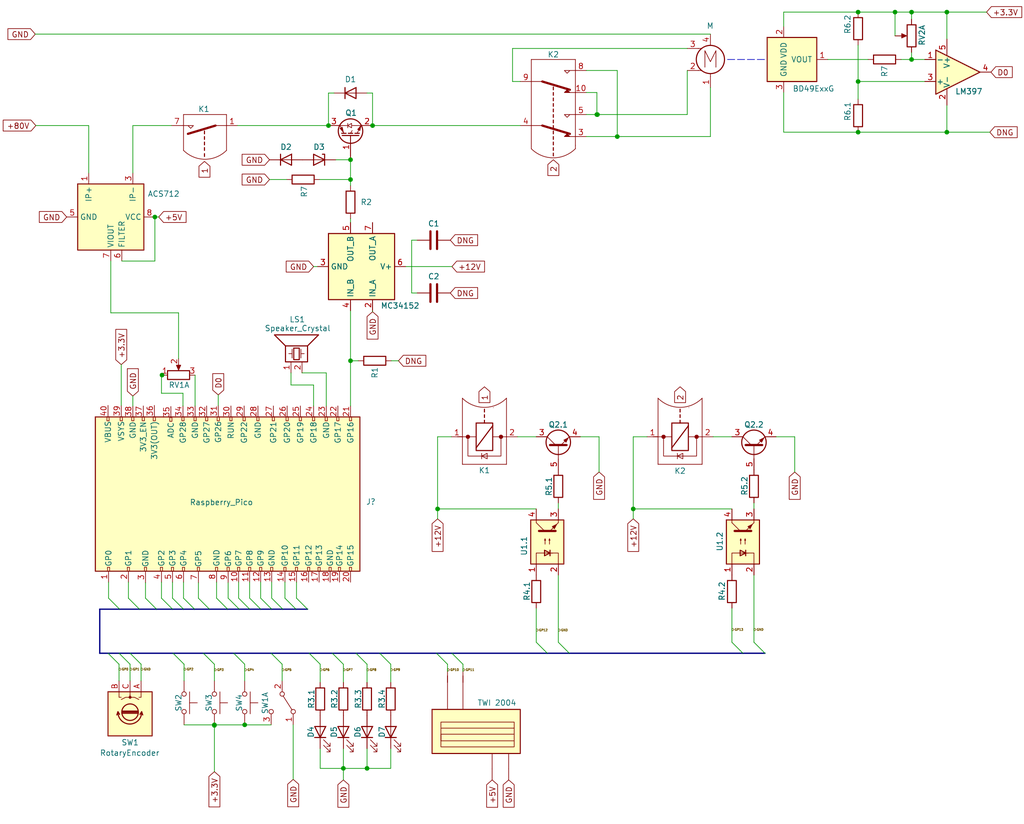
<source format=kicad_sch>
(kicad_sch (version 20211123) (generator eeschema)
  (paper "User" 235.991 190.017)
  (lib_symbols
    (symbol "ADG633YCP_1"
      (property "Value" "ADG633YCP" (at -0.381 -3.175 90))
      (symbol "ADG633YCP_1_1_1"
        (pin bidirectional line (at -5.334 3.175 0) (length 2.54) (name "") (number "-UA"))
        (pin bidirectional line (at -5.334 6.985 0) (length 2.54) (name "") (number "-UA"))
        (pin bidirectional line (at -3.937 -6.477 0) (length 2.54) (name "") (number "-UA"))
        (pin bidirectional line (at -3.937 -2.921 0) (length 2.54) (name "") (number "-UA"))
        (pin passive line (at 16.256 0.127 180) (length 2.54) (name "~") (number "10"))
        (pin passive line (at 16.256 -4.953 180) (length 2.54) (name "~") (number "11"))
        (pin passive line (at 1.016 -2.413 0) (length 2.54) (name "~") (number "12"))
        (pin input line (at 8.636 -10.033 90) (length 2.54) (name "~") (number "9"))
      )
      (symbol "ADG633YCP_1_2_1"
        (pin bidirectional line (at -5.334 3.175 0) (length 2.54) (name "") (number "-UB"))
        (pin bidirectional line (at -5.334 6.985 0) (length 2.54) (name "") (number "-UB"))
        (pin bidirectional line (at -3.937 -6.477 0) (length 2.54) (name "") (number "-UB"))
        (pin bidirectional line (at -3.937 -2.921 0) (length 2.54) (name "") (number "-UB"))
        (pin passive line (at 1.016 -2.413 0) (length 2.54) (name "~") (number "13"))
        (pin passive line (at 16.256 -4.953 180) (length 2.54) (name "~") (number "15"))
        (pin passive line (at 16.256 0.127 180) (length 2.54) (name "~") (number "16"))
        (pin input line (at 8.636 -10.033 90) (length 2.54) (name "~") (number "8"))
      )
      (symbol "ADG633YCP_1_3_1"
        (pin bidirectional line (at -5.334 3.175 0) (length 2.54) (name "") (number "-UC"))
        (pin bidirectional line (at -5.334 6.985 0) (length 2.54) (name "") (number "-UC"))
        (pin bidirectional line (at -3.937 -6.477 0) (length 2.54) (name "") (number "-UC"))
        (pin bidirectional line (at -3.937 -2.921 0) (length 2.54) (name "") (number "-UC"))
        (pin passive line (at 16.256 -4.953 180) (length 2.54) (name "~") (number "1"))
        (pin passive line (at 1.016 -2.413 0) (length 2.54) (name "~") (number "2"))
        (pin passive line (at 16.256 0.127 180) (length 2.54) (name "~") (number "3"))
        (pin input line (at 8.636 -10.033 90) (length 2.54) (name "~") (number "7"))
      )
      (symbol "ADG633YCP_1_4_0"
        (pin power_in line (at 8.636 12.827 270) (length 2.54) (name "VDD") (number "14"))
        (pin power_in line (at 13.716 -12.573 90) (length 2.54) (name "EP") (number "17"))
        (pin input line (at 1.016 0.127 0) (length 2.54) (name "~{EN}") (number "4"))
        (pin power_in line (at 8.636 -12.573 90) (length 2.54) (name "VSS") (number "5"))
        (pin power_in line (at 11.176 -12.573 90) (length 2.54) (name "GND") (number "6"))
      )
      (symbol "ADG633YCP_1_4_1"
        (pin bidirectional line (at -5.334 3.175 0) (length 2.54) (name "") (number "-UD"))
        (pin bidirectional line (at -5.334 6.985 0) (length 2.54) (name "") (number "-UD"))
        (pin bidirectional line (at -3.937 -6.477 0) (length 2.54) (name "") (number "-UD"))
        (pin bidirectional line (at -3.937 -2.921 0) (length 2.54) (name "") (number "-UD"))
      )
      (symbol "ADG633YCP_1_5_1"
        (pin bidirectional line (at -3.937 -6.477 0) (length 2.54) (name "") (number ""))
        (pin bidirectional line (at -3.937 -2.921 0) (length 2.54) (name "") (number ""))
        (pin bidirectional line (at 21.082 3.81 180) (length 2.54) (name "") (number ""))
        (pin bidirectional line (at 21.082 7.62 180) (length 2.54) (name "") (number ""))
      )
    )
    (symbol "Comparator:LM397" (pin_names (offset 0.127))
      (property "Reference" "U?" (at 9.144 4.699 0))
      (property "Value" "LM397" (at 9.144 2.159 0))
      (symbol "LM397_1_1"
        (pin input line (at -7.62 2.921 0) (length 2.54) (name "-") (number "1"))
        (pin power_in line (at -2.54 -7.62 90) (length 3.81) (name "V-") (number "2"))
        (pin input line (at -7.62 -2.159 0) (length 2.54) (name "+") (number "3"))
        (pin open_collector line (at 7.62 0 180) (length 2.54) (name "~") (number "4"))
        (pin power_in line (at -2.54 7.62 270) (length 3.81) (name "V+") (number "5"))
      )
    )
    (symbol "Connector:Raspberry_Pi_2_3" (pin_names (offset 1.016))
      (property "Reference" "J?" (at -33.909 9.0044 90))
      (property "Value" "Raspberry_Pico" (at 0.635 -5.715 90))
      (symbol "Raspberry_Pi_2_3_1_1"
        (pin bidirectional line (at -25.527 -18.415 90) (length 2.54) (name "GP0") (number "1"))
        (pin bidirectional line (at 4.445 -18.415 90) (length 2.54) (name "GP7") (number "10"))
        (pin bidirectional line (at 6.985 -18.415 90) (length 2.54) (name "GP8") (number "11"))
        (pin bidirectional line (at 9.525 -18.415 90) (length 2.54) (name "GP9") (number "12"))
        (pin bidirectional line (at 12.065 -18.415 90) (length 2.54) (name "GND") (number "13"))
        (pin bidirectional line (at 15.113 -18.415 90) (length 2.54) (name "GP10") (number "14"))
        (pin bidirectional line (at 17.78 -18.415 90) (length 2.54) (name "GP11") (number "15"))
        (pin bidirectional line (at 20.574 -18.415 90) (length 2.54) (name "GP12") (number "16"))
        (pin bidirectional line (at 22.987 -18.415 90) (length 2.54) (name "GP13") (number "17"))
        (pin power_in line (at 25.527 -18.415 90) (length 2.54) (name "GND") (number "18"))
        (pin bidirectional line (at 27.686 -18.415 90) (length 2.54) (name "GP14") (number "19"))
        (pin bidirectional line (at -20.955 -18.415 90) (length 2.54) (name "GP1") (number "2"))
        (pin bidirectional line (at 30.226 -18.415 90) (length 2.54) (name "GP15") (number "20"))
        (pin bidirectional line (at 30.226 22.225 270) (length 2.54) (name "GP16") (number "21"))
        (pin bidirectional line (at 27.305 22.225 270) (length 2.54) (name "GP17") (number "22"))
        (pin bidirectional line (at 24.638 22.225 270) (length 2.54) (name "GND") (number "23"))
        (pin bidirectional line (at 21.717 22.225 270) (length 2.54) (name "GP18") (number "24"))
        (pin bidirectional line (at 18.669 22.225 270) (length 2.54) (name "GP19") (number "25"))
        (pin bidirectional line (at 15.621 22.225 270) (length 2.54) (name "GP20") (number "26"))
        (pin bidirectional line (at 12.446 22.225 270) (length 2.54) (name "GP21") (number "27"))
        (pin bidirectional line (at 8.89 22.225 270) (length 2.54) (name "GND") (number "28"))
        (pin bidirectional line (at 5.715 22.225 270) (length 2.54) (name "GP22") (number "29"))
        (pin bidirectional line (at -17.018 -18.542 90) (length 2.54) (name "GND") (number "3"))
        (pin bidirectional line (at 2.667 22.225 270) (length 2.54) (name "RUN") (number "30"))
        (pin bidirectional line (at -0.254 22.352 270) (length 2.54) (name "GP26") (number "31"))
        (pin bidirectional line (at -2.921 22.225 270) (length 2.54) (name "GP27") (number "32"))
        (pin bidirectional line (at -5.588 22.225 270) (length 2.54) (name "GND") (number "33"))
        (pin bidirectional line (at -8.382 22.225 270) (length 2.54) (name "GP28") (number "34"))
        (pin bidirectional line (at -11.176 22.098 270) (length 2.54) (name "ADC") (number "35"))
        (pin power_out line (at -14.986 22.352 270) (length 2.54) (name "3V3(OUT)") (number "36"))
        (pin power_in line (at -17.526 22.225 270) (length 2.54) (name "3V3_EN") (number "37"))
        (pin bidirectional line (at -19.939 22.225 270) (length 2.54) (name "GND") (number "38"))
        (pin power_out line (at -22.606 22.352 270) (length 2.54) (name "VSYS") (number "39"))
        (pin bidirectional line (at -13.335 -18.415 90) (length 2.54) (name "GP2") (number "4"))
        (pin power_in line (at -25.654 22.352 270) (length 2.54) (name "VBUS") (number "40"))
        (pin bidirectional line (at -10.795 -18.415 90) (length 2.54) (name "GP3") (number "5"))
        (pin bidirectional line (at -8.255 -18.415 90) (length 2.54) (name "GP4") (number "6"))
        (pin bidirectional line (at -4.826 -18.542 90) (length 2.54) (name "GP5") (number "7"))
        (pin bidirectional line (at -0.635 -18.415 90) (length 2.54) (name "GND") (number "8"))
        (pin bidirectional line (at 2.032 -18.542 90) (length 2.54) (name "GP6") (number "9"))
      )
    )
    (symbol "DIPxx-1Axx-12xD_1"
      (property "Reference" "K?" (at -3.302 40.132 90))
      (property "Value" "DIPxx-1Axx-12xD" (at -15.621 33.02 90))
      (symbol "DIPxx-1Axx-12xD_1_1_1"
        (pin passive line (at 5.08 -7.62 90) (length 2.54) (name "~") (number "1"))
        (pin passive line (at 5.08 7.62 270) (length 2.54) (name "~") (number "7"))
      )
    )
    (symbol "DIPxx-1Axx-12xD_2"
      (property "Value" "DIPxx-1Axx-12xD_2" (at -0.508 13.335 90))
      (symbol "DIPxx-1Axx-12xD_2_1_1"
        (pin passive line (at -5.08 -7.62 90) (length 2.54) (name "~") (number "1"))
        (pin passive line (at -5.08 7.62 270) (length 2.54) (name "~") (number "2"))
      )
    )
    (symbol "Device:C" (pin_numbers hide) (pin_names (offset 0.254))
      (property "Reference" "C" (at 0.635 2.54 0))
      (property "Value" "C" (at 0.635 -2.54 0))
      (symbol "C_1_1"
        (pin passive line (at 0 3.81 270) (length 2.794) (name "~") (number "1"))
        (pin passive line (at 0 -3.81 90) (length 2.794) (name "~") (number "2"))
      )
    )
    (symbol "Device:D" (pin_numbers hide) (pin_names (offset 1.016) hide)
      (property "Reference" "D" (at 0 2.54 0))
      (property "Value" "D" (at 0 -2.54 0))
      (symbol "D_1_1"
        (pin passive line (at -3.81 0 0) (length 2.54) (name "K") (number "1"))
        (pin passive line (at 3.81 0 180) (length 2.54) (name "A") (number "2"))
      )
    )
    (symbol "Device:D_Zener" (pin_numbers hide) (pin_names (offset 1.016) hide)
      (property "Reference" "D" (at 0 2.54 0))
      (property "Value" "D_Zener" (at 0 -2.54 0))
      (symbol "D_Zener_1_1"
        (pin passive line (at -3.81 0 0) (length 2.54) (name "K") (number "1"))
        (pin passive line (at 3.81 0 180) (length 2.54) (name "A") (number "2"))
      )
    )
    (symbol "Device:LED" (pin_numbers hide) (pin_names (offset 1.016) hide)
      (property "Reference" "D" (at 0 2.54 0))
      (property "Value" "LED" (at 0 -2.54 0))
      (symbol "LED_1_1"
        (pin passive line (at -3.81 0 0) (length 2.54) (name "K") (number "1"))
        (pin passive line (at 3.81 0 180) (length 2.54) (name "A") (number "2"))
      )
    )
    (symbol "Device:Q_Dual_NPN_NPN_C2E2C1E1B1B2" (pin_names (offset 0) hide)
      (property "Reference" "Q" (at 5.08 1.27 0))
      (property "Value" "Q_Dual_NPN_NPN_C2E2C1E1B1B2" (at 5.08 -1.27 0))
      (symbol "Q_Dual_NPN_NPN_C2E2C1E1B1B2_1_1"
        (pin passive line (at 2.54 5.08 270) (length 2.54) (name "C1") (number "3"))
        (pin passive line (at 2.54 -5.08 90) (length 2.54) (name "E1") (number "4"))
        (pin input line (at -5.08 0 0) (length 2.54) (name "B1") (number "5"))
      )
      (symbol "Q_Dual_NPN_NPN_C2E2C1E1B1B2_2_1"
        (pin passive line (at 2.54 5.08 270) (length 2.54) (name "C2") (number "1"))
        (pin passive line (at 2.54 -5.08 90) (length 2.54) (name "E2") (number "2"))
        (pin input line (at -5.08 0 0) (length 2.54) (name "B2") (number "6"))
      )
    )
    (symbol "Device:Q_NIGBT_GEC" (pin_names (offset 0) hide)
      (property "Value" "FGH40N60UFD" (at 0.762 13.462 90))
      (symbol "Q_NIGBT_GEC_1_1"
        (pin input line (at -5.08 0 0) (length 5.334) (name "G") (number "1"))
        (pin passive line (at 2.54 -5.08 90) (length 2.54) (name "E") (number "2"))
        (pin passive line (at 2.54 5.08 270) (length 2.54) (name "C") (number "3"))
      )
    )
    (symbol "Device:R" (pin_numbers hide) (pin_names (offset 0))
      (property "Reference" "R" (at 2.032 0 90))
      (property "Value" "R" (at 0 0 90))
      (symbol "R_1_1"
        (pin passive line (at 0 3.81 270) (length 1.27) (name "~") (number "1"))
        (pin passive line (at 0 -3.81 90) (length 1.27) (name "~") (number "2"))
      )
    )
    (symbol "Device:R_Potentiometer_Dual_Separate" (pin_names (offset 1.016) hide)
      (property "Reference" "RV" (at -4.445 0 90))
      (property "Value" "R_Potentiometer_Dual_Separate" (at -2.54 0 90))
      (symbol "R_Potentiometer_Dual_Separate_1_1"
        (pin passive line (at 0 3.81 270) (length 1.27) (name "1") (number "1"))
        (pin passive line (at 3.81 0 180) (length 1.27) (name "2") (number "2"))
        (pin passive line (at 0 -3.81 90) (length 1.27) (name "3") (number "3"))
      )
      (symbol "R_Potentiometer_Dual_Separate_2_1"
        (pin passive line (at 0 3.81 270) (length 1.27) (name "4") (number "4"))
        (pin passive line (at 3.81 0 180) (length 1.27) (name "5") (number "5"))
        (pin passive line (at 0 -3.81 90) (length 1.27) (name "6") (number "6"))
      )
    )
    (symbol "Device:RotaryEncoder" (pin_names (offset 0.254) hide)
      (property "Reference" "SW" (at 0 6.604 0))
      (property "Value" "RotaryEncoder" (at 0 -6.604 0))
      (symbol "RotaryEncoder_1_1"
        (pin passive line (at -7.62 2.54 0) (length 2.54) (name "A") (number "A"))
        (pin passive line (at -7.62 -2.54 0) (length 2.54) (name "B") (number "B"))
        (pin passive line (at -7.62 0 0) (length 2.54) (name "C") (number "C"))
      )
    )
    (symbol "Device:Speaker_Crystal" (pin_names (offset 0) hide)
      (property "Reference" "LS" (at 0.635 5.715 0))
      (property "Value" "Speaker_Crystal" (at 0.635 3.81 0))
      (symbol "Speaker_Crystal_1_1"
        (pin input line (at -5.08 0 0) (length 2.54) (name "1") (number "1"))
        (pin input line (at -5.08 -2.54 0) (length 2.54) (name "2") (number "2"))
      )
    )
    (symbol "Driver_FET:MC34152"
      (property "Value" "MC34152" (at 9.906 -9.652 90))
      (symbol "MC34152_1_1"
        (pin no_connect line (at -7.62 0 0) (length 2.54) hide (name "NC") (number "1"))
        (pin input line (at -10.16 2.54 0) (length 2.54) (name "IN_A") (number "2"))
        (pin power_in line (at 0 -10.16 90) (length 2.54) (name "GND") (number "3"))
        (pin input line (at -10.16 -2.54 0) (length 2.54) (name "IN_B") (number "4"))
        (pin output line (at 10.16 -2.54 180) (length 2.54) (name "OUT_B") (number "5"))
        (pin power_in line (at 0 10.16 270) (length 2.54) (name "V+") (number "6"))
        (pin output line (at 10.16 2.54 180) (length 2.54) (name "OUT_A") (number "7"))
        (pin no_connect line (at 7.62 0 180) (length 2.54) hide (name "NC") (number "8"))
      )
    )
    (symbol "Isolator:SFH617A-1" (pin_names (offset 1.016))
      (property "Reference" "U" (at -5.08 5.08 0))
      (property "Value" "SFH617A-1" (at 0 5.08 0))
      (symbol "SFH617A-1_1_1"
        (pin passive line (at -7.62 2.54 0) (length 2.54) (name "~") (number "1"))
        (pin passive line (at -7.62 -2.54 0) (length 2.54) (name "~") (number "2"))
        (pin passive line (at 7.62 -2.54 180) (length 2.54) (name "~") (number "3"))
        (pin passive line (at 7.62 2.54 180) (length 2.54) (name "~") (number "4"))
      )
    )
    (symbol "Motor:Stepper_Motor_bipolar" (pin_names (offset 0) hide)
      (property "Reference" "M?" (at 4.191 2.121 0))
      (property "Value" "Stepper_Motor_bipolar" (at 4.191 -0.419 0))
      (symbol "Stepper_Motor_bipolar_1_1"
        (pin passive line (at 0 -6.477 90) (length 2.54) (name "~") (number "1"))
        (pin passive line (at -5.334 -2.54 0) (length 2.54) (name "-") (number "2"))
        (pin passive line (at -5.334 2.54 0) (length 2.54) (name "~") (number "3"))
        (pin passive line (at 0 5.842 270) (length 2.54) (name "~") (number "4"))
      )
    )
    (symbol "Power_Management:BD49ExxG" (pin_names (offset 1.016))
      (property "Reference" "U" (at -3.81 6.35 0))
      (property "Value" "BD49ExxG" (at -5.08 0 90))
      (symbol "BD49ExxG_1_1"
        (pin output line (at 10.16 0 180) (length 2.54) (name "VOUT") (number "1"))
        (pin power_in line (at 0 7.62 270) (length 2.54) (name "VDD") (number "2"))
        (pin power_in line (at 0 -7.62 90) (length 2.54) (name "GND") (number "3"))
      )
    )
    (symbol "R_Potentiometer_Dual_Separate_1" (pin_names (offset 1.016) hide)
      (property "Reference" "RV?" (at 4.318 -3.937 90))
      (symbol "R_Potentiometer_Dual_Separate_1_1_1"
        (pin passive line (at 0 3.81 270) (length 1.27) (name "") (number ""))
        (pin passive line (at 3.81 0 180) (length 1.27) (name "2") (number ""))
        (pin passive line (at 0 -3.81 90) (length 1.27) (name "3") (number ""))
      )
      (symbol "R_Potentiometer_Dual_Separate_1_2_1"
        (pin passive line (at 0 3.81 270) (length 1.27) (name "4") (number "4"))
        (pin passive line (at 3.81 0 180) (length 1.27) (name "5") (number "5"))
        (pin passive line (at 0 -3.81 90) (length 1.27) (name "6") (number "6"))
      )
    )
    (symbol "Relay:EC2-4.5NU"
      (property "Reference" "K?" (at 22.86 1.016 0))
      (property "Value" "EC2-4.5NU" (at 19.177 -1.397 0))
      (symbol "EC2-4.5NU_1_1"
        (pin passive line (at 7.62 7.62 270) (length 2.54) (name "~") (number "10"))
        (pin passive line (at -2.54 7.62 270) (length 2.54) (name "~") (number "3"))
        (pin passive line (at 0 -7.62 90) (length 2.54) (name "~") (number "4"))
        (pin passive line (at 2.54 7.62 270) (length 2.54) (name "~") (number "5"))
        (pin passive line (at 12.7 7.62 270) (length 2.54) (name "~") (number "8"))
        (pin passive line (at 10.16 -7.62 90) (length 2.54) (name "~") (number "9"))
      )
    )
    (symbol "Sensor_Current:ACS712xLCTR-05B"
      (property "Reference" "U?" (at -6.5788 -18.542 90))
      (property "Value" "ACS712xLCTR-05B" (at -13.462 -10.16 90))
      (symbol "ACS712xLCTR-05B_1_1"
        (pin passive line (at -10.16 5.08 0) (length 2.54) (name "IP+") (number "1"))
        (pin passive line (at -10.16 -5.08 0) (length 2.54) (name "IP-") (number "3"))
        (pin power_in line (at 0 10.16 270) (length 2.54) (name "GND") (number "5"))
        (pin passive line (at 10.16 -2.54 180) (length 2.54) (name "FILTER") (number "6"))
        (pin output line (at 10.16 0 180) (length 2.54) (name "VIOUT") (number "7"))
        (pin power_in line (at 0 -10.16 90) (length 2.54) (name "VCC") (number "8"))
      )
    )
    (symbol "Switch:SW_DPDT_x2" (pin_names (offset 0) hide)
      (property "Reference" "SW" (at 0 4.318 0))
      (property "Value" "SW_DPDT_x2" (at 0 -5.08 0))
      (symbol "SW_DPDT_x2_1_1"
        (pin passive line (at 5.08 2.54 180) (length 2.54) (name "A") (number "1"))
        (pin passive line (at -5.08 0 0) (length 2.54) (name "B") (number "2"))
        (pin passive line (at 5.08 -2.54 180) (length 2.54) (name "C") (number "3"))
      )
      (symbol "SW_DPDT_x2_2_1"
        (pin passive line (at 5.08 2.54 180) (length 2.54) (name "A") (number "4"))
        (pin passive line (at -5.08 0 0) (length 2.54) (name "B") (number "5"))
        (pin passive line (at 5.08 -2.54 180) (length 2.54) (name "C") (number "6"))
      )
    )
    (symbol "Switch:SW_Push" (pin_numbers hide) (pin_names (offset 1.016) hide)
      (property "Reference" "SW" (at 1.27 2.54 0))
      (property "Value" "SW_Push" (at 0 -1.524 0))
      (symbol "SW_Push_0_1"
        (pin passive line (at -5.08 0 0) (length 2.54) (name "1") (number "1"))
        (pin passive line (at 5.08 0 180) (length 2.54) (name "2") (number "2"))
      )
    )
  )
  (junction (at 206.248 2.794))
  (junction (at 218.186 2.794))
  (junction (at 49.403 167.259))
  (junction (at 84.582 177.165))
  (junction (at 85.852 28.956))
  (junction (at 49.403 167.132))
  (junction (at 197.739 2.794))
  (junction (at 80.772 83.185))
  (junction (at 37.338 86.487))
  (junction (at 80.772 41.402))
  (junction (at 218.186 30.48))
  (junction (at 137.668 26.416))
  (junction (at 100.838 117.348))
  (junction (at 75.692 28.956))
  (junction (at 142.24 31.496))
  (junction (at 210.058 13.716))
  (junction (at 80.772 36.83))
  (junction (at 197.739 18.796))
  (junction (at 79.121 177.165))
  (junction (at 137.541 26.416))
  (junction (at 35.687 50.038))
  (junction (at 210.058 2.794))
  (junction (at 197.739 30.48))
  (junction (at 56.388 167.132))
  (junction (at 145.923 117.348))
  (bus_entry (at 82.042 150.622) (size 2.54 2.54))
  (bus_entry (at 52.578 137.922) (size 2.54 2.54))
  (bus_entry (at 54.991 137.922) (size 2.54 2.54))
  (bus_entry (at 39.878 150.622) (size 2.54 2.54))
  (bus_entry (at 46.863 150.622) (size 2.54 2.54))
  (bus_entry (at 25.019 137.922) (size 2.54 2.54))
  (bus_entry (at 27.432 150.622) (size 2.54 2.54))
  (bus_entry (at 71.247 150.622) (size 2.54 2.54))
  (bus_entry (at 24.892 150.622) (size 2.54 2.54))
  (bus_entry (at 128.651 148.082) (size 2.54 2.54))
  (bus_entry (at 123.571 148.082) (size 2.54 2.54))
  (bus_entry (at 37.211 137.922) (size 2.54 2.54))
  (bus_entry (at 39.751 137.922) (size 2.54 2.54))
  (bus_entry (at 42.291 137.922) (size 2.54 2.54))
  (bus_entry (at 45.72 137.922) (size 2.54 2.54))
  (bus_entry (at 57.531 137.922) (size 2.54 2.54))
  (bus_entry (at 60.071 137.922) (size 2.54 2.54))
  (bus_entry (at 68.326 137.922) (size 2.54 2.54))
  (bus_entry (at 62.484 150.622) (size 2.54 2.54))
  (bus_entry (at 65.659 137.922) (size 2.54 2.54))
  (bus_entry (at 53.848 150.622) (size 2.54 2.54))
  (bus_entry (at 29.972 150.622) (size 2.54 2.54))
  (bus_entry (at 29.591 137.922) (size 2.54 2.54))
  (bus_entry (at 49.911 137.922) (size 2.54 2.54))
  (bus_entry (at 168.656 148.082) (size 2.54 2.54))
  (bus_entry (at 87.503 150.622) (size 2.54 2.54))
  (bus_entry (at 173.736 148.082) (size 2.54 2.54))
  (bus_entry (at 33.528 137.922) (size 2.54 2.54))
  (bus_entry (at 76.581 150.622) (size 2.54 2.54))
  (bus_entry (at 100.584 150.622) (size 2.54 2.54))
  (bus_entry (at 104.14 150.622) (size 2.54 2.54))
  (bus_entry (at 62.611 137.922) (size 2.54 2.54))
  (wire (pts (xy 25.527 60.198) (xy 25.527 72.136)))
  (wire (pts (xy 45.72 134.366) (xy 45.72 137.922)))
  (wire (pts (xy 52.578 134.366) (xy 52.578 137.922)))
  (wire (pts (xy 29.591 134.239) (xy 29.591 137.922)))
  (wire (pts (xy 54.991 134.239) (xy 54.991 137.922)))
  (bus (pts (xy 36.068 140.462) (xy 32.131 140.462)))
  (wire (pts (xy 49.403 167.132) (xy 42.418 167.132)))
  (wire (pts (xy 27.94 84.074) (xy 27.94 93.472)))
  (wire (pts (xy 210.058 13.716) (xy 213.106 13.716)))
  (wire (pts (xy 100.838 100.711) (xy 104.013 100.711)))
  (wire (pts (xy 25.019 134.239) (xy 25.019 137.922)))
  (bus (pts (xy 24.892 150.622) (xy 27.432 150.622)))
  (wire (pts (xy 79.121 177.165) (xy 79.121 172.593)))
  (wire (pts (xy 36.576 50.038) (xy 35.687 50.038)))
  (wire (pts (xy 118.11 18.796) (xy 119.888 18.796)))
  (wire (pts (xy 168.656 140.208) (xy 168.656 148.082)))
  (wire (pts (xy 80.772 50.419) (xy 80.772 51.308)))
  (wire (pts (xy 84.582 153.162) (xy 84.582 157.353)))
  (wire (pts (xy 103.124 153.162) (xy 103.124 154.813)))
  (wire (pts (xy 75.692 28.956) (xy 54.737 28.956)))
  (bus (pts (xy 39.878 150.622) (xy 46.863 150.622)))
  (wire (pts (xy 104.14 61.468) (xy 93.472 61.468)))
  (wire (pts (xy 80.772 36.576) (xy 80.772 36.83)))
  (wire (pts (xy 30.607 91.313) (xy 30.607 93.599)))
  (wire (pts (xy 73.66 41.402) (xy 80.772 41.402)))
  (wire (pts (xy 67.564 167.132) (xy 67.564 179.705)))
  (bus (pts (xy 42.291 140.462) (xy 39.751 140.462)))
  (wire (pts (xy 75.184 93.599) (xy 75.184 85.979)))
  (wire (pts (xy 145.923 119.634) (xy 145.923 117.348)))
  (wire (pts (xy 94.869 55.372) (xy 94.869 67.564)))
  (wire (pts (xy 91.821 83.185) (xy 90.17 83.185)))
  (wire (pts (xy 138.049 100.711) (xy 138.049 108.839)))
  (wire (pts (xy 75.692 21.463) (xy 76.962 21.463)))
  (wire (pts (xy 180.594 2.794) (xy 180.594 6.096)))
  (wire (pts (xy 39.497 28.956) (xy 30.607 28.956)))
  (bus (pts (xy 87.503 150.622) (xy 100.584 150.622)))
  (wire (pts (xy 39.751 134.239) (xy 39.751 137.922)))
  (bus (pts (xy 131.191 150.622) (xy 171.196 150.622)))
  (wire (pts (xy 37.211 90.678) (xy 42.164 90.678)))
  (wire (pts (xy 133.731 100.711) (xy 138.049 100.711)))
  (bus (pts (xy 68.199 140.462) (xy 65.151 140.462)))
  (wire (pts (xy 80.772 71.628) (xy 80.772 83.185)))
  (wire (pts (xy 82.55 83.185) (xy 80.772 83.185)))
  (wire (pts (xy 137.541 26.416) (xy 137.541 21.336)))
  (wire (pts (xy 207.645 13.716) (xy 210.058 13.716)))
  (bus (pts (xy 53.848 150.622) (xy 62.484 150.622)))
  (bus (pts (xy 39.751 140.462) (xy 36.068 140.462)))
  (wire (pts (xy 128.651 117.348) (xy 128.651 115.951)))
  (wire (pts (xy 80.772 83.185) (xy 80.772 93.599)))
  (wire (pts (xy 218.186 30.48) (xy 197.739 30.48)))
  (bus (pts (xy 22.987 150.622) (xy 24.892 150.622)))
  (wire (pts (xy 163.703 20.193) (xy 163.703 31.496)))
  (wire (pts (xy 90.043 177.165) (xy 84.582 177.165)))
  (bus (pts (xy 32.131 140.462) (xy 27.559 140.462)))
  (wire (pts (xy 206.248 2.794) (xy 197.739 2.794)))
  (wire (pts (xy 37.338 86.487) (xy 37.211 86.487)))
  (wire (pts (xy 100.838 100.711) (xy 100.838 117.348)))
  (wire (pts (xy 56.388 156.972) (xy 56.388 153.162)))
  (wire (pts (xy 35.687 60.198) (xy 35.687 50.038)))
  (wire (pts (xy 85.852 21.463) (xy 85.852 28.956)))
  (wire (pts (xy 68.326 134.239) (xy 68.326 137.922)))
  (wire (pts (xy 218.186 30.48) (xy 228.092 30.48)))
  (wire (pts (xy 119.888 28.956) (xy 85.852 28.956)))
  (wire (pts (xy 94.869 67.564) (xy 96.139 67.564)))
  (wire (pts (xy 80.772 36.83) (xy 80.772 41.402)))
  (wire (pts (xy 123.571 100.711) (xy 119.253 100.711)))
  (wire (pts (xy 32.512 156.972) (xy 32.512 153.162)))
  (wire (pts (xy 50.292 91.059) (xy 50.292 93.472)))
  (wire (pts (xy 137.668 26.416) (xy 158.369 26.416)))
  (wire (pts (xy 197.739 2.794) (xy 180.594 2.794)))
  (bus (pts (xy 27.559 140.462) (xy 22.987 140.462)))
  (bus (pts (xy 29.972 150.622) (xy 39.878 150.622)))
  (bus (pts (xy 104.14 150.622) (xy 126.111 150.622)))
  (wire (pts (xy 41.148 82.677) (xy 41.148 72.136)))
  (wire (pts (xy 62.103 41.402) (xy 66.04 41.402)))
  (wire (pts (xy 145.923 100.711) (xy 149.098 100.711)))
  (wire (pts (xy 49.911 134.239) (xy 49.911 137.922)))
  (wire (pts (xy 33.528 134.366) (xy 33.528 137.922)))
  (wire (pts (xy 56.388 167.132) (xy 49.403 167.132)))
  (wire (pts (xy 90.043 153.162) (xy 90.043 157.353)))
  (wire (pts (xy 173.736 132.588) (xy 173.736 148.082)))
  (wire (pts (xy 180.594 21.336) (xy 180.594 30.48)))
  (bus (pts (xy 52.451 140.462) (xy 55.118 140.462)))
  (wire (pts (xy 65.659 134.239) (xy 65.659 137.922)))
  (wire (pts (xy 8.128 7.874) (xy 163.703 7.874)))
  (wire (pts (xy 73.787 153.162) (xy 73.787 157.353)))
  (wire (pts (xy 94.869 55.372) (xy 96.139 55.372)))
  (bus (pts (xy 48.26 140.462) (xy 44.831 140.462)))
  (wire (pts (xy 90.043 172.593) (xy 90.043 177.165)))
  (wire (pts (xy 168.656 100.711) (xy 164.338 100.711)))
  (wire (pts (xy 85.852 71.628) (xy 85.852 71.882)))
  (wire (pts (xy 62.484 167.132) (xy 56.388 167.132)))
  (bus (pts (xy 82.042 150.622) (xy 87.503 150.622)))
  (wire (pts (xy 180.594 30.48) (xy 197.739 30.48)))
  (bus (pts (xy 44.831 140.462) (xy 42.291 140.462)))
  (wire (pts (xy 79.121 179.832) (xy 79.121 177.165)))
  (wire (pts (xy 178.816 100.711) (xy 183.134 100.711)))
  (bus (pts (xy 126.111 150.622) (xy 131.191 150.622)))
  (bus (pts (xy 46.863 150.622) (xy 53.848 150.622)))
  (wire (pts (xy 73.787 172.593) (xy 73.787 177.165)))
  (bus (pts (xy 62.611 140.462) (xy 60.071 140.462)))
  (wire (pts (xy 158.369 16.256) (xy 158.369 26.416)))
  (wire (pts (xy 135.128 31.496) (xy 142.24 31.496)))
  (bus (pts (xy 71.247 150.622) (xy 76.581 150.622)))
  (wire (pts (xy 218.186 2.794) (xy 210.058 2.794)))
  (wire (pts (xy 145.923 100.711) (xy 145.923 117.348)))
  (wire (pts (xy 27.432 156.972) (xy 27.432 153.162)))
  (wire (pts (xy 218.186 9.017) (xy 218.186 2.794)))
  (wire (pts (xy 37.211 134.239) (xy 37.211 137.922)))
  (bus (pts (xy 55.118 140.462) (xy 57.531 140.462)))
  (wire (pts (xy 84.582 177.165) (xy 79.121 177.165)))
  (wire (pts (xy 218.186 24.257) (xy 218.186 30.48)))
  (wire (pts (xy 30.607 28.956) (xy 30.607 39.878)))
  (bus (pts (xy 171.196 150.622) (xy 176.276 150.622)))
  (wire (pts (xy 106.68 153.162) (xy 106.68 154.813)))
  (wire (pts (xy 118.11 11.176) (xy 118.11 18.796)))
  (wire (pts (xy 79.121 153.162) (xy 79.121 157.353)))
  (wire (pts (xy 42.291 134.239) (xy 42.291 137.922)))
  (bus (pts (xy 76.581 150.622) (xy 82.042 150.622)))
  (bus (pts (xy 65.151 140.462) (xy 62.611 140.462)))
  (wire (pts (xy 168.656 117.348) (xy 145.923 117.348)))
  (wire (pts (xy 206.248 8.255) (xy 206.248 2.794)))
  (wire (pts (xy 37.211 86.487) (xy 37.211 90.678)))
  (wire (pts (xy 218.186 2.794) (xy 227.33 2.794)))
  (wire (pts (xy 210.058 4.445) (xy 210.058 2.794)))
  (bus (pts (xy 57.531 140.462) (xy 60.071 140.462)))
  (wire (pts (xy 173.736 117.348) (xy 173.736 115.951)))
  (wire (pts (xy 197.739 22.86) (xy 197.739 18.796)))
  (bus (pts (xy 27.432 150.622) (xy 29.972 150.622)))
  (wire (pts (xy 72.263 88.773) (xy 67.056 88.773)))
  (wire (pts (xy 163.703 31.496) (xy 142.24 31.496)))
  (wire (pts (xy 44.958 86.487) (xy 44.958 93.599)))
  (wire (pts (xy 75.184 85.979) (xy 69.596 85.979)))
  (bus (pts (xy 22.987 140.462) (xy 22.987 150.622)))
  (wire (pts (xy 197.739 18.796) (xy 197.739 10.414)))
  (wire (pts (xy 137.541 21.336) (xy 135.128 21.336)))
  (wire (pts (xy 135.128 26.416) (xy 137.541 26.416)))
  (wire (pts (xy 41.148 72.136) (xy 25.527 72.136)))
  (wire (pts (xy 20.447 39.878) (xy 20.447 28.956)))
  (wire (pts (xy 158.369 11.176) (xy 118.11 11.176)))
  (wire (pts (xy 77.343 36.83) (xy 80.772 36.83)))
  (wire (pts (xy 137.668 26.416) (xy 137.541 26.416)))
  (wire (pts (xy 42.164 90.678) (xy 42.164 93.599)))
  (polyline (pts (xy 167.64 13.716) (xy 176.403 13.716)))
  (bus (pts (xy 62.484 150.622) (xy 71.247 150.622)))
  (bus (pts (xy 48.26 140.462) (xy 52.451 140.462)))
  (wire (pts (xy 67.056 88.773) (xy 67.056 85.979)))
  (wire (pts (xy 28.067 60.198) (xy 35.687 60.198)))
  (wire (pts (xy 123.571 117.348) (xy 100.838 117.348)))
  (wire (pts (xy 128.651 132.588) (xy 128.651 148.082)))
  (wire (pts (xy 57.531 134.239) (xy 57.531 137.922)))
  (wire (pts (xy 100.838 119.634) (xy 100.838 117.348)))
  (wire (pts (xy 20.447 28.956) (xy 8.255 28.956)))
  (wire (pts (xy 142.24 31.496) (xy 142.24 16.256)))
  (wire (pts (xy 42.418 156.972) (xy 42.418 153.162)))
  (wire (pts (xy 80.772 41.402) (xy 80.772 42.799)))
  (wire (pts (xy 213.106 18.796) (xy 197.739 18.796)))
  (wire (pts (xy 73.787 177.165) (xy 79.121 177.165)))
  (wire (pts (xy 29.972 156.972) (xy 29.972 153.162)))
  (wire (pts (xy 200.025 13.716) (xy 190.754 13.716)))
  (wire (pts (xy 65.024 156.972) (xy 65.024 153.162)))
  (wire (pts (xy 84.582 21.463) (xy 85.852 21.463)))
  (wire (pts (xy 72.263 93.599) (xy 72.263 88.773)))
  (wire (pts (xy 49.403 156.972) (xy 49.403 153.162)))
  (wire (pts (xy 210.058 12.065) (xy 210.058 13.716)))
  (bus (pts (xy 100.584 150.622) (xy 104.14 150.622)))
  (bus (pts (xy 70.866 140.462) (xy 68.199 140.462)))
  (wire (pts (xy 75.692 21.463) (xy 75.692 28.956)))
  (wire (pts (xy 142.24 16.256) (xy 135.128 16.256)))
  (wire (pts (xy 62.611 134.239) (xy 62.611 137.922)))
  (wire (pts (xy 73.152 61.468) (xy 72.263 61.468)))
  (wire (pts (xy 183.134 100.711) (xy 183.134 108.839)))
  (wire (pts (xy 84.582 172.593) (xy 84.582 177.165)))
  (wire (pts (xy 210.058 2.794) (xy 206.248 2.794)))
  (wire (pts (xy 60.071 134.239) (xy 60.071 137.922)))
  (wire (pts (xy 123.571 140.208) (xy 123.571 148.082)))
  (wire (pts (xy 49.403 177.927) (xy 49.403 167.259)))
  (global_label "GND" (shape input) (at 67.564 179.705 270) (property "Обозначения листов" "${INTERSHEET_REFS}" (effects hide)))
  (global_label "GND" (shape input) (at 183.134 108.839 270) (property "Обозначения листов" "${INTERSHEET_REFS}" (effects hide)))
  (global_label "1" (shape input) (at 47.117 37.211 270) (property "Обозначения листов" "${INTERSHEET_REFS}" (effects hide)))
  (global_label "GND" (shape input) (at 30.607 91.313 90) (property "Обозначения листов" "${INTERSHEET_REFS}" (effects hide)))
  (global_label "DNG" (shape input) (at 228.092 30.48 0) (property "Обозначения листов" "${INTERSHEET_REFS}" (effects hide)))
  (global_label "+12V" (shape input) (at 104.14 61.468 0) (property "Обозначения листов" "${INTERSHEET_REFS}" (effects hide)))
  (global_label "1" (shape output) (at 111.633 92.837 90) (property "Обозначения листов" "${INTERSHEET_REFS}" (effects hide)))
  (global_label "GND" (shape input) (at 15.367 50.038 180) (property "Обозначения листов" "${INTERSHEET_REFS}" (effects hide)))
  (global_label "GND" (shape input) (at 117.221 179.832 270) (property "Обозначения листов" "${INTERSHEET_REFS}" (effects hide)))
  (global_label "2" (shape output) (at 156.718 92.837 90) (property "Обозначения листов" "${INTERSHEET_REFS}" (effects hide)))
  (global_label "+5V" (shape input) (at 113.411 179.832 270) (property "Обозначения листов" "${INTERSHEET_REFS}" (effects hide)))
  (global_label "+3.3V" (shape input) (at 227.33 2.794 0) (property "Обозначения листов" "${INTERSHEET_REFS}" (effects hide)))
  (global_label "D0" (shape input) (at 228.346 16.637 0) (property "Обозначения листов" "${INTERSHEET_REFS}" (effects hide)))
  (global_label "DNG" (shape input) (at 103.759 55.372 0) (property "Обозначения листов" "${INTERSHEET_REFS}" (effects hide)))
  (global_label "+12V" (shape input) (at 100.838 119.634 270) (property "Обозначения листов" "${INTERSHEET_REFS}" (effects hide)))
  (global_label "+80V" (shape input) (at 8.255 28.956 180) (property "Обозначения листов" "${INTERSHEET_REFS}" (effects hide)))
  (global_label "GND" (shape input) (at 72.263 61.468 180) (property "Обозначения листов" "${INTERSHEET_REFS}" (effects hide)))
  (global_label "+12V" (shape input) (at 145.923 119.634 270) (property "Обозначения листов" "${INTERSHEET_REFS}" (effects hide)))
  (global_label "+3.3V" (shape input) (at 27.94 84.074 90) (property "Обозначения листов" "${INTERSHEET_REFS}" (effects hide)))
  (global_label "DNG" (shape input) (at 91.821 83.185 0) (property "Обозначения листов" "${INTERSHEET_REFS}" (effects hide)))
  (global_label "GND" (shape input) (at 85.852 71.882 270) (property "Обозначения листов" "${INTERSHEET_REFS}" (effects hide)))
  (global_label "GND" (shape input) (at 62.103 41.402 180) (property "Обозначения листов" "${INTERSHEET_REFS}" (effects hide)))
  (global_label "D0" (shape input) (at 50.292 91.059 90) (property "Обозначения листов" "${INTERSHEET_REFS}" (effects hide)))
  (global_label "GND" (shape input) (at 62.103 36.83 180) (property "Обозначения листов" "${INTERSHEET_REFS}" (effects hide)))
  (global_label "+3.3V" (shape input) (at 49.403 177.927 270) (property "Обозначения листов" "${INTERSHEET_REFS}" (effects hide)))
  (global_label "2" (shape input) (at 127.508 36.83 270) (property "Обозначения листов" "${INTERSHEET_REFS}" (effects hide)))
  (global_label "GND" (shape input) (at 138.049 108.839 270) (property "Обозначения листов" "${INTERSHEET_REFS}" (effects hide)))
  (global_label "GND" (shape input) (at 8.128 7.874 180) (property "Обозначения листов" "${INTERSHEET_REFS}" (effects hide)))
  (global_label "GND" (shape input) (at 79.121 179.832 270) (property "Обозначения листов" "${INTERSHEET_REFS}" (effects hide)))
  (global_label "+5V" (shape input) (at 36.576 50.038 0) (property "Обозначения листов" "${INTERSHEET_REFS}" (effects hide)))
  (global_label "DNG" (shape input) (at 103.759 67.564 0) (property "Обозначения листов" "${INTERSHEET_REFS}" (effects hide)))
  (hierarchical_label "GP11" (shape output) (at 106.68 154.432 0) (effects (font (size 0.5 0.5))))
  (hierarchical_label "GP3" (shape output) (at 49.403 154.432 0) (effects (font (size 0.5 0.5))))
  (hierarchical_label "GND" (shape output) (at 32.512 154.305 0) (effects (font (size 0.5 0.5))))
  (hierarchical_label "GP13" (shape output) (at 168.656 145.161 0) (effects (font (size 0.5 0.5))))
  (hierarchical_label "GP9" (shape output) (at 90.043 154.432 0) (effects (font (size 0.5 0.5))))
  (hierarchical_label "GP7" (shape output) (at 79.121 154.432 0) (effects (font (size 0.5 0.5))))
  (hierarchical_label "GP2" (shape output) (at 42.418 154.305 0) (effects (font (size 0.5 0.5))))
  (hierarchical_label "GP4" (shape output) (at 56.388 154.432 0) (effects (font (size 0.5 0.5))))
  (hierarchical_label "GP5" (shape output) (at 65.024 154.432 0) (effects (font (size 0.5 0.5))))
  (hierarchical_label "GP0" (shape output) (at 27.432 154.305 0) (effects (font (size 0.5 0.5))))
  (hierarchical_label "GP8" (shape output) (at 84.582 154.432 0) (effects (font (size 0.5 0.5))))
  (hierarchical_label "GND" (shape output) (at 128.651 145.288 0) (effects (font (size 0.5 0.5))))
  (hierarchical_label "GP10" (shape output) (at 103.124 154.432 0) (effects (font (size 0.5 0.5))))
  (hierarchical_label "GP6" (shape output) (at 73.787 154.432 0) (effects (font (size 0.5 0.5))))
  (hierarchical_label "GP12" (shape output) (at 123.571 145.288 0) (effects (font (size 0.5 0.5))))
  (hierarchical_label "GP1" (shape output) (at 29.972 154.305 0) (effects (font (size 0.5 0.5))))
  (hierarchical_label "GND" (shape output) (at 173.736 145.161 0) (effects (font (size 0.5 0.5))))
  (symbol (lib_name "DIPxx-1Axx-12xD_2") (lib_id "Relay:DIPxx-1Axx-12xD") (at 111.633 95.631 270) (mirror x) (unit 1)
    (property "Reference" "K1" (at 111.633 108.458 90))
    (property "Value" "JQC-3FF-S-H" (effects hide))
    (property "Footprint" "Relay_THT:Relay_StandexMeder_DIP_LowProfile" (effects hide))
    (property "Datasheet" "https://standexelectronics.com/wp-content/uploads/datasheet_reed_relay_DIP.pdf" (effects hide))
  )
  (symbol (lib_id "Device:R") (at 84.582 161.163 180) (unit 1)
    (property "Reference" "R?" (effects hide))
    (property "Value" "R3.3" (at 82.55 161.163 90))
  )
  (symbol (lib_id "Device:Q_NIGBT_GEC") (at 80.772 31.496 90) (unit 1)
    (property "Reference" "Q1" (at 80.899 26.035 90))
    (property "Value" "FGH40N60UFD" (effects hide))
  )
  (symbol (lib_id "Connector:Raspberry_Pi_2_3") (at 50.546 115.824 0) (unit 1)
    (property "Reference" "J?" (at 84.328 115.697 0) (effects (justify left)))
    (property "Value" "Raspberry_Pico" (at 43.688 115.824 0) (effects (justify left)))
    (property "Datasheet" "https://www.raspberrypi.org/documentation/hardware/raspberrypi/schematics/rpi_SCH_3bplus_1p0_reduced.pdf" (effects hide))
  )
  (symbol (lib_id "Motor:Stepper_Motor_bipolar") (at 163.703 13.716 0) (unit 1)
    (property "Reference" "M" (at 162.814 5.969 0) (effects (justify left)))
    (property "Value" "Stepper_Motor_bipolar" (effects hide))
    (property "Datasheet" "http://www.infineon.com/dgdl/Application-Note-TLE8110EE_driving_UniPolarStepperMotor_V1.1.pdf?fileId=db3a30431be39b97011be5d0aa0a00b0" (effects hide))
  )
  (symbol (lib_id "Device:R") (at 128.651 112.141 180) (unit 1)
    (property "Reference" "R5.1" (at 126.492 114.427 90) (effects (justify right)))
    (property "Value" "R" (effects hide))
  )
  (symbol (lib_id "Relay:EC2-4.5NU") (at 127.508 28.956 270) (mirror x) (unit 1)
    (property "Reference" "K2" (at 127.508 12.573 90))
    (property "Value" "JQC-3FF-S-H" (effects hide))
    (property "Footprint" "Relay_THT:Relay_DPDT_Kemet_EC2" (effects hide))
    (property "Datasheet" "https://content.kemet.com/datasheets/KEM_R7002_EC2_EE2.pdf" (effects hide))
  )
  (symbol (lib_id "Device:R") (at 80.772 46.609 0) (unit 1)
    (property "Reference" "R2" (at 83.058 46.6089 0) (effects (justify left)))
    (property "Value" "R" (effects hide))
  )
  (symbol (lib_id "Device:LED") (at 84.582 168.783 90) (unit 1)
    (property "Reference" "D6" (at 82.423 168.783 0))
    (property "Value" "LED" (effects hide))
  )
  (symbol (lib_id "Device:C") (at 99.949 55.372 90) (unit 1)
    (property "Reference" "C1" (at 99.949 51.562 90))
    (property "Value" "C" (effects hide))
  )
  (symbol (lib_id "Sensor_Current:ACS712xLCTR-05B") (at 25.527 50.038 90) (mirror x) (unit 1)
    (property "Reference" "U?" (effects hide))
    (property "Value" "ACS712" (at 37.719 44.704 90))
    (property "Footprint" "Package_SO:SOIC-8_3.9x4.9mm_P1.27mm" (effects hide))
    (property "Datasheet" "http://www.allegromicro.com/~/media/Files/Datasheets/ACS712-Datasheet.ashx?la=en" (effects hide))
  )
  (symbol (lib_id "Device:R") (at 86.36 83.185 270) (unit 1)
    (property "Reference" "R1" (at 86.36 84.582 0) (effects (justify left)))
    (property "Value" "R" (effects hide))
  )
  (symbol (lib_id "Power_Management:BD49ExxG") (at 180.594 13.716 0) (unit 1)
    (property "Reference" "U?" (effects hide))
    (property "Value" "BD49ExxG" (at 192.278 20.447 0) (effects (justify right)))
    (property "Footprint" "Package_TO_SOT_SMD:SOT-23-5" (effects hide))
    (property "Datasheet" "https://www.rohm.de/datasheet/BD4830FVE/bd48xxg-e" (effects hide))
  )
  (symbol (lib_id "Device:LED") (at 73.787 168.783 90) (unit 1)
    (property "Reference" "D4" (at 71.628 168.783 0))
    (property "Value" "LED" (effects hide))
  )
  (symbol (lib_id "Device:R") (at 90.043 161.163 180) (unit 1)
    (property "Reference" "R?" (effects hide))
    (property "Value" "R3.4" (at 88.011 161.163 90))
  )
  (symbol (lib_id "Device:D") (at 80.772 21.463 0) (unit 1)
    (property "Reference" "D1" (at 80.772 18.288 0))
    (property "Value" "D" (effects hide))
  )
  (symbol (lib_id "Isolator:SFH617A-1") (at 171.196 124.968 90) (unit 1)
    (property "Reference" "U1.2" (at 165.862 122.555 0) (effects (justify right)))
    (property "Value" "SFH617A-1" (effects hide))
    (property "Footprint" "Package_DIP:DIP-4_W7.62mm" (effects hide))
    (property "Datasheet" "http://www.vishay.com/docs/83740/sfh617a.pdf" (effects hide))
  )
  (symbol (lib_id "Device:R") (at 79.121 161.163 180) (unit 1)
    (property "Reference" "R?" (effects hide))
    (property "Value" "R3.2" (at 77.089 161.163 90))
  )
  (symbol (lib_id "Device:Speaker_Crystal") (at 67.056 80.899 90) (unit 1)
    (property "Reference" "LS1" (at 66.675 73.66 90) (effects (justify right)))
    (property "Value" "Speaker_Crystal" (at 60.96 75.692 90) (effects (justify right)))
  )
  (symbol (lib_id "Device:R") (at 197.739 6.604 0) (mirror y) (unit 1)
    (property "Reference" "R6.2" (at 195.326 7.874 90) (effects (justify left)))
    (property "Value" "R" (effects hide))
  )
  (symbol (lib_id "Device:D") (at 65.913 36.83 0) (unit 1)
    (property "Reference" "D2" (at 65.913 33.909 0))
    (property "Value" "D" (effects hide))
  )
  (symbol (lib_id "Device:LED") (at 79.121 168.783 90) (unit 1)
    (property "Reference" "D5" (at 76.962 168.783 0))
    (property "Value" "LED" (effects hide))
  )
  (symbol (lib_id "Device:LED") (at 90.043 168.783 90) (unit 1)
    (property "Reference" "D7" (at 88.011 168.783 0))
    (property "Value" "LED" (effects hide))
  )
  (symbol (lib_id "Switch:SW_Push") (at 56.388 162.052 270) (unit 1)
    (property "Reference" "SW4" (at 55.118 162.052 0))
    (property "Value" "SW_Push" (effects hide))
  )
  (symbol (lib_id "Switch:SW_Push") (at 49.403 162.052 270) (unit 1)
    (property "Reference" "SW3" (at 48.133 162.052 0))
    (property "Value" "SW_Push" (effects hide))
  )
  (symbol (lib_name "DIPxx-1Axx-12xD_2") (lib_id "Relay:DIPxx-1Axx-12xD") (at 156.718 95.631 270) (mirror x) (unit 1)
    (property "Reference" "K2" (at 156.718 108.585 90))
    (property "Value" "JQC-3FF-S-H" (effects hide))
    (property "Footprint" "Relay_THT:Relay_StandexMeder_DIP_LowProfile" (effects hide))
    (property "Datasheet" "https://standexelectronics.com/wp-content/uploads/datasheet_reed_relay_DIP.pdf" (effects hide))
  )
  (symbol (lib_id "Device:R") (at 173.736 112.141 180) (unit 1)
    (property "Reference" "R5.2" (at 171.577 114.3 90) (effects (justify right)))
    (property "Value" "R" (effects hide))
  )
  (symbol (lib_id "Device:D_Zener") (at 73.533 36.83 0) (mirror y) (unit 1)
    (property "Reference" "D3" (at 73.533 33.909 0))
    (property "Value" "Zener" (effects hide))
  )
  (symbol (lib_id "Isolator:SFH617A-1") (at 126.111 124.968 90) (unit 1)
    (property "Reference" "U1.1" (at 120.777 123.571 0) (effects (justify right)))
    (property "Value" "SFH617A-1" (effects hide))
    (property "Footprint" "Package_DIP:DIP-4_W7.62mm" (effects hide))
    (property "Datasheet" "http://www.vishay.com/docs/83740/sfh617a.pdf" (effects hide))
  )
  (symbol (lib_id "Device:R") (at 123.571 136.398 180) (unit 1)
    (property "Reference" "R4.1" (at 121.412 138.557 90) (effects (justify right)))
    (property "Value" "R" (effects hide))
  )
  (symbol (lib_name "DIPxx-1Axx-12xD_1") (lib_id "Relay:DIPxx-1Axx-12xD") (at 47.117 34.036 90) (unit 1)
    (property "Reference" "K1" (at 46.99 25.146 90))
    (property "Value" "JQC-3FF-S-H" (effects hide))
    (property "Footprint" "Relay_THT:Relay_StandexMeder_DIP_LowProfile" (effects hide))
    (property "Datasheet" "https://standexelectronics.com/wp-content/uploads/datasheet_reed_relay_DIP.pdf" (effects hide))
  )
  (symbol (lib_id "Device:R") (at 197.739 26.67 0) (mirror y) (unit 1)
    (property "Reference" "R6.1" (at 195.326 27.94 90) (effects (justify left)))
    (property "Value" "R" (effects hide))
  )
  (symbol (lib_id "Switch:SW_DPDT_x2") (at 65.024 162.052 270) (unit 1)
    (property "Reference" "SW1" (at 61.087 159.512 0) (effects (justify left)))
    (property "Value" "SW_DPDT_x2" (effects hide))
  )
  (symbol (lib_id "Device:RotaryEncoder") (at 29.972 164.592 270) (unit 1)
    (property "Reference" "SW1" (at 27.94 171.196 90) (effects (justify left)))
    (property "Value" "RotaryEncoder" (at 22.987 173.609 90) (effects (justify left)))
  )
  (symbol (lib_id "Device:R") (at 73.787 161.163 180) (unit 1)
    (property "Reference" "R?" (effects hide))
    (property "Value" "R3.1" (at 71.755 161.163 90))
  )
  (symbol (lib_id "Device:R_Potentiometer_Dual_Separate") (at 41.148 86.487 90) (unit 1)
    (property "Reference" "RV1" (at 41.275 88.773 90))
    (property "Value" "R_Potentiometer_Dual_Separate" (effects hide))
  )
  (symbol (lib_id "Device:R") (at 168.656 136.398 180) (unit 1)
    (property "Reference" "R4.2" (at 166.37 138.557 90) (effects (justify right)))
    (property "Value" "R" (effects hide))
  )
  (symbol (lib_id "Switch:SW_Push") (at 42.418 162.052 270) (unit 1)
    (property "Reference" "SW2" (at 41.148 162.052 0))
    (property "Value" "SW_Push" (effects hide))
  )
  (symbol (lib_id "Device:R") (at 69.85 41.402 90) (unit 1)
    (property "Reference" "R7" (at 70.104 44.196 0))
    (property "Value" "R" (effects hide))
  )
  (symbol (lib_name "ADG633YCP_1") (lib_id "Analog_Switch:ADG633YCP") (at 109.601 158.75 270) (unit 5)
    (property "Reference" "U?" (effects hide))
    (property "Value" "TWI 2004" (at 109.982 162.052 90) (effects (justify left)))
    (property "Footprint" "Package_CSP:LFCSP-16-1EP_4x4mm_P0.65mm_EP2.1x2.1mm" (effects hide))
  )
  (symbol (lib_id "Driver_FET:MC34152") (at 83.312 61.468 270) (mirror x) (unit 1)
    (property "Reference" "U?" (effects hide))
    (property "Value" "MC34152" (at 92.202 70.485 90))
    (property "Datasheet" "https://www.onsemi.com/pub/Collateral/MC34152-D.PDF" (effects hide))
  )
  (symbol (lib_id "Comparator:LM397") (at 220.726 16.637 0) (unit 1)
    (property "Reference" "U?" (effects hide))
    (property "Value" "LM397" (at 223.266 21.082 0))
    (property "Footprint" "Package_TO_SOT_SMD:SOT-23-5" (effects hide))
    (property "Datasheet" "http://www.ti.com/lit/ds/symlink/lm397.pdf" (effects hide))
  )
  (symbol (lib_name "R_Potentiometer_Dual_Separate_1") (lib_id "Device:R_Potentiometer_Dual_Separate") (at 210.058 8.255 180) (unit 1)
    (property "Reference" "RV2" (at 212.471 8.128 90))
    (property "Value" "R_Potentiometer_Dual_Separate" (effects hide))
  )
  (symbol (lib_id "Device:R") (at 203.835 13.716 90) (mirror x) (unit 1)
    (property "Reference" "R7" (at 203.835 15.113 0) (effects (justify left)))
    (property "Value" "R" (effects hide))
  )
  (symbol (lib_id "Device:Q_Dual_NPN_NPN_C2E2C1E1B1B2") (at 173.736 103.251 90) (unit 1)
    (property "Reference" "Q?" (effects hide))
    (property "Value" "Q2.2" (at 173.736 97.917 90))
  )
  (symbol (lib_id "Device:C") (at 99.949 67.564 90) (unit 1)
    (property "Reference" "C2" (at 99.949 63.754 90))
    (property "Value" "C" (effects hide))
  )
  (symbol (lib_id "Device:Q_Dual_NPN_NPN_C2E2C1E1B1B2") (at 128.651 103.251 90) (unit 1)
    (property "Reference" "Q?" (effects hide))
    (property "Value" "Q2.1" (at 128.651 97.917 90))
  )
)
</source>
